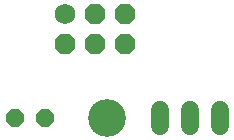
<source format=gts>
G75*
G70*
%OFA0B0*%
%FSLAX24Y24*%
%IPPOS*%
%LPD*%
%AMOC8*
5,1,8,0,0,1.08239X$1,22.5*
%
%ADD10C,0.1261*%
%ADD11C,0.0680*%
%ADD12OC8,0.0680*%
%ADD13C,0.0600*%
%ADD14OC8,0.0600*%
D10*
X004628Y002069D03*
D11*
X003234Y005521D03*
D12*
X004234Y005521D03*
X005234Y005521D03*
X005234Y004521D03*
X004234Y004521D03*
X003234Y004521D03*
D13*
X006383Y002329D02*
X006383Y001809D01*
X007383Y001809D02*
X007383Y002329D01*
X008383Y002329D02*
X008383Y001809D01*
D14*
X001569Y002069D03*
X002569Y002069D03*
M02*

</source>
